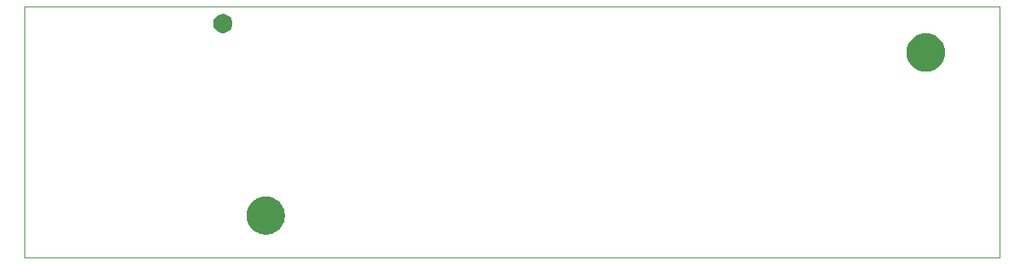
<source format=gbr>
%TF.GenerationSoftware,KiCad,Pcbnew,9.0.6*%
%TF.CreationDate,2026-02-27T22:21:18+08:00*%
%TF.ProjectId,minipower,6d696e69-706f-4776-9572-2e6b69636164,rev?*%
%TF.SameCoordinates,Original*%
%TF.FileFunction,Profile,NP*%
%FSLAX46Y46*%
G04 Gerber Fmt 4.6, Leading zero omitted, Abs format (unit mm)*
G04 Created by KiCad (PCBNEW 9.0.6) date 2026-02-27 22:21:18*
%MOMM*%
%LPD*%
G01*
G04 APERTURE LIST*
%TA.AperFunction,Profile*%
%ADD10C,0.050000*%
%TD*%
%TA.AperFunction,Profile*%
%ADD11C,0.000000*%
%TD*%
G04 APERTURE END LIST*
D10*
X95638000Y-48721500D02*
X196946000Y-48721500D01*
X196946000Y-74883500D01*
X95638000Y-74883500D01*
X95638000Y-48721500D01*
D11*
%TA.AperFunction,Profile*%
%TO.C,U6*%
G36*
X116540285Y-49543060D02*
G01*
X116721397Y-49618079D01*
X116884393Y-49726990D01*
X117023010Y-49865607D01*
X117131921Y-50028603D01*
X117206940Y-50209715D01*
X117245185Y-50401983D01*
X117245185Y-50598017D01*
X117206940Y-50790285D01*
X117131921Y-50971397D01*
X117023010Y-51134393D01*
X116884393Y-51273010D01*
X116721397Y-51381921D01*
X116540285Y-51456940D01*
X116348017Y-51495185D01*
X116151983Y-51495185D01*
X115959715Y-51456940D01*
X115778603Y-51381921D01*
X115615607Y-51273010D01*
X115476990Y-51134393D01*
X115368079Y-50971397D01*
X115293060Y-50790285D01*
X115254815Y-50598017D01*
X115254815Y-50401983D01*
X115293060Y-50209715D01*
X115368079Y-50028603D01*
X115476990Y-49865607D01*
X115615607Y-49726990D01*
X115778603Y-49618079D01*
X115959715Y-49543060D01*
X116151983Y-49504815D01*
X116348017Y-49504815D01*
X116540285Y-49543060D01*
G37*
%TD.AperFunction*%
%TA.AperFunction,Profile*%
G36*
X121090181Y-68538429D02*
G01*
X121342879Y-68606140D01*
X121584577Y-68706255D01*
X121811140Y-68837061D01*
X122018692Y-68996320D01*
X122203680Y-69181308D01*
X122362939Y-69388860D01*
X122493745Y-69615423D01*
X122593860Y-69857121D01*
X122661571Y-70109819D01*
X122695718Y-70369194D01*
X122695718Y-70630806D01*
X122661571Y-70890181D01*
X122593860Y-71142879D01*
X122493745Y-71384577D01*
X122362939Y-71611140D01*
X122203680Y-71818692D01*
X122018692Y-72003680D01*
X121811140Y-72162939D01*
X121584577Y-72293745D01*
X121342879Y-72393860D01*
X121090181Y-72461571D01*
X120830806Y-72495718D01*
X120569194Y-72495718D01*
X120309819Y-72461571D01*
X120057121Y-72393860D01*
X119815423Y-72293745D01*
X119588860Y-72162939D01*
X119381308Y-72003680D01*
X119196320Y-71818692D01*
X119037061Y-71611140D01*
X118906255Y-71384577D01*
X118806140Y-71142879D01*
X118738429Y-70890181D01*
X118704282Y-70630806D01*
X118704282Y-70369194D01*
X118738429Y-70109819D01*
X118806140Y-69857121D01*
X118906255Y-69615423D01*
X119037061Y-69388860D01*
X119196320Y-69181308D01*
X119381308Y-68996320D01*
X119588860Y-68837061D01*
X119815423Y-68706255D01*
X120057121Y-68606140D01*
X120309819Y-68538429D01*
X120569194Y-68504282D01*
X120830806Y-68504282D01*
X121090181Y-68538429D01*
G37*
%TD.AperFunction*%
%TA.AperFunction,Profile*%
G36*
X189690181Y-51538429D02*
G01*
X189942879Y-51606140D01*
X190184577Y-51706255D01*
X190411140Y-51837061D01*
X190618692Y-51996320D01*
X190803680Y-52181308D01*
X190962939Y-52388860D01*
X191093745Y-52615423D01*
X191193860Y-52857121D01*
X191261571Y-53109819D01*
X191295718Y-53369194D01*
X191295718Y-53630806D01*
X191261571Y-53890181D01*
X191193860Y-54142879D01*
X191093745Y-54384577D01*
X190962939Y-54611140D01*
X190803680Y-54818692D01*
X190618692Y-55003680D01*
X190411140Y-55162939D01*
X190184577Y-55293745D01*
X189942879Y-55393860D01*
X189690181Y-55461571D01*
X189430806Y-55495718D01*
X189169194Y-55495718D01*
X188909819Y-55461571D01*
X188657121Y-55393860D01*
X188415423Y-55293745D01*
X188188860Y-55162939D01*
X187981308Y-55003680D01*
X187796320Y-54818692D01*
X187637061Y-54611140D01*
X187506255Y-54384577D01*
X187406140Y-54142879D01*
X187338429Y-53890181D01*
X187304282Y-53630806D01*
X187304282Y-53369194D01*
X187338429Y-53109819D01*
X187406140Y-52857121D01*
X187506255Y-52615423D01*
X187637061Y-52388860D01*
X187796320Y-52181308D01*
X187981308Y-51996320D01*
X188188860Y-51837061D01*
X188415423Y-51706255D01*
X188657121Y-51606140D01*
X188909819Y-51538429D01*
X189169194Y-51504282D01*
X189430806Y-51504282D01*
X189690181Y-51538429D01*
G37*
%TD.AperFunction*%
%TD*%
M02*

</source>
